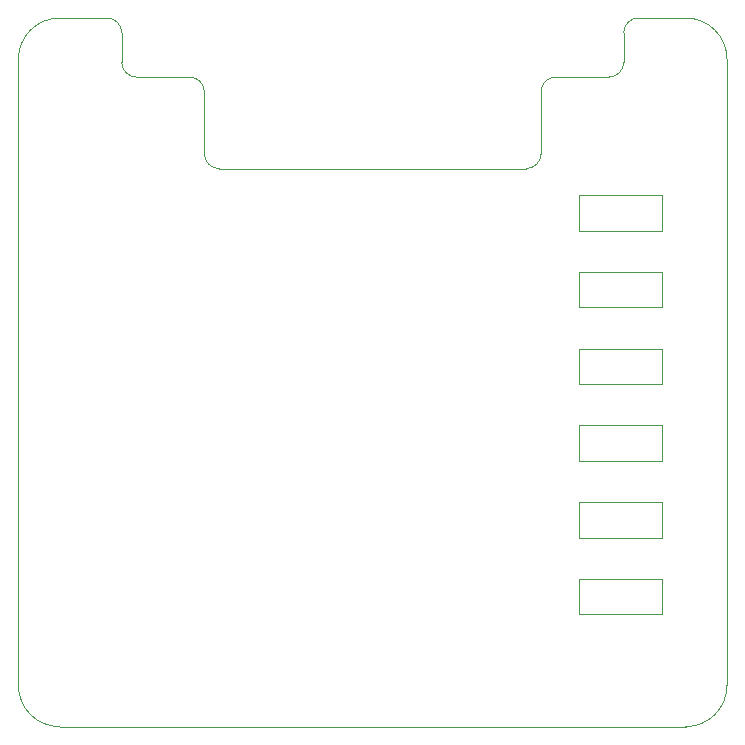
<source format=gbr>
%TF.GenerationSoftware,KiCad,Pcbnew,8.0.4*%
%TF.CreationDate,2024-08-27T17:04:33+01:00*%
%TF.ProjectId,Top Board,546f7020-426f-4617-9264-2e6b69636164,2*%
%TF.SameCoordinates,Original*%
%TF.FileFunction,Profile,NP*%
%FSLAX46Y46*%
G04 Gerber Fmt 4.6, Leading zero omitted, Abs format (unit mm)*
G04 Created by KiCad (PCBNEW 8.0.4) date 2024-08-27 17:04:33*
%MOMM*%
%LPD*%
G01*
G04 APERTURE LIST*
%TA.AperFunction,Profile*%
%ADD10C,0.100000*%
%TD*%
G04 APERTURE END LIST*
D10*
X135000000Y-96500000D02*
G75*
G02*
X131500000Y-100000000I-3500000J0D01*
G01*
X119250000Y-51500000D02*
G75*
G02*
X118000000Y-52750000I-1250000J0D01*
G01*
X126250000Y-41250000D02*
X126250000Y-43750000D01*
X131500000Y-40000000D02*
X127500000Y-40000000D01*
X125000000Y-45000000D02*
X120500000Y-45000000D01*
X122500000Y-81000000D02*
X129500000Y-81000000D01*
X129500000Y-84000000D01*
X122500000Y-84000000D01*
X122500000Y-81000000D01*
X122500000Y-68000000D02*
X129500000Y-68000000D01*
X129500000Y-71000000D01*
X122500000Y-71000000D01*
X122500000Y-68000000D01*
X92000000Y-52750000D02*
X118000000Y-52750000D01*
X131500000Y-40000000D02*
G75*
G02*
X135000000Y-43500000I0J-3500000D01*
G01*
X85000000Y-45000000D02*
X89500000Y-45000000D01*
X119250000Y-46250000D02*
G75*
G02*
X120500000Y-45000000I1250000J0D01*
G01*
X135000000Y-96500000D02*
X135000000Y-43500000D01*
X75000000Y-43500000D02*
X75000000Y-96500000D01*
X90750000Y-51500000D02*
X90750000Y-46250000D01*
X122500000Y-87500000D02*
X129500000Y-87500000D01*
X129500000Y-90500000D01*
X122500000Y-90500000D01*
X122500000Y-87500000D01*
X82500000Y-40000000D02*
G75*
G02*
X83750000Y-41250000I0J-1250000D01*
G01*
X131500000Y-100000000D02*
X105000000Y-100000000D01*
X126250000Y-41250000D02*
G75*
G02*
X127500000Y-40000000I1250000J0D01*
G01*
X89500000Y-45000000D02*
G75*
G02*
X90750000Y-46250000I0J-1250000D01*
G01*
X85000000Y-45000000D02*
G75*
G02*
X83750000Y-43750000I0J1250000D01*
G01*
X126250000Y-43750000D02*
G75*
G02*
X125000000Y-45000000I-1250000J0D01*
G01*
X122500000Y-55000000D02*
X129500000Y-55000000D01*
X129500000Y-58000000D01*
X122500000Y-58000000D01*
X122500000Y-55000000D01*
X122500000Y-74500000D02*
X129500000Y-74500000D01*
X129500000Y-77500000D01*
X122500000Y-77500000D01*
X122500000Y-74500000D01*
X78500000Y-100000000D02*
G75*
G02*
X75000000Y-96500000I0J3500000D01*
G01*
X78500000Y-100000000D02*
X105000000Y-100000000D01*
X83750000Y-41250000D02*
X83750000Y-43750000D01*
X119250000Y-51500000D02*
X119250000Y-46250000D01*
X92000000Y-52750000D02*
G75*
G02*
X90750000Y-51500000I0J1250000D01*
G01*
X75000000Y-43500000D02*
G75*
G02*
X78500000Y-40000000I3500000J0D01*
G01*
X82500000Y-40000000D02*
X78500000Y-40000000D01*
X122500000Y-61500000D02*
X129500000Y-61500000D01*
X129500000Y-64500000D01*
X122500000Y-64500000D01*
X122500000Y-61500000D01*
M02*

</source>
